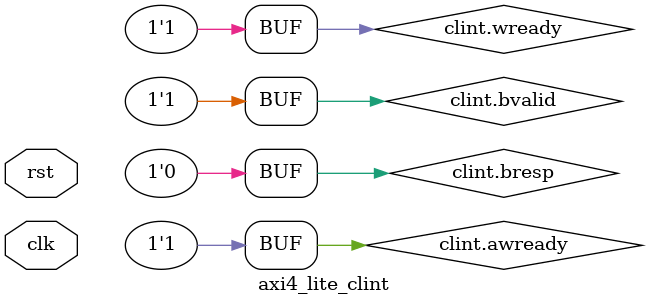
<source format=sv>
module axi4_lite_clint(
    input clk,
    input rst,

    axi4_lite_interface.slave clint
);
    reg [63:0] mtime;
    always @(posedge clk) begin
        if(rst) begin
            mtime <= 0;
        end else begin
            mtime <= mtime + 1;
        end
    end

    typedef enum logic {IDLE, READ} state_t;
    state_t state;

    always @(posedge clk) begin
        if(rst) begin
            state <= IDLE;
        end
        else begin
            case (state)
                IDLE: begin
                    clint.arready <= 1;
                    clint.rvalid <= 0;
                    if(clint.arvalid) begin
                        state <= READ;
                        clint.rvalid <= 1;
                        clint.arready <= 0;
                        if(clint.araddr == 32'ha0000048) begin
                            clint.rdata <= mtime[31:0];
                        end
                        else if(clint.araddr == 32'ha000004c) begin
                            clint.rdata <= mtime[63:32];
                        end
                        else begin
                            clint.rdata <= 0;
                        end
                    end
                end
                READ: begin
                    if(clint.rready) begin
                        state <= IDLE;
                        clint.rvalid <= 0;
                        clint.arready <= 1;
                    end
                end
            endcase
        end
    end

    assign clint.awready = 1;
    assign clint.wready = 1;
    assign clint.bvalid = 1;
    assign clint.bresp = 0;

endmodule

</source>
